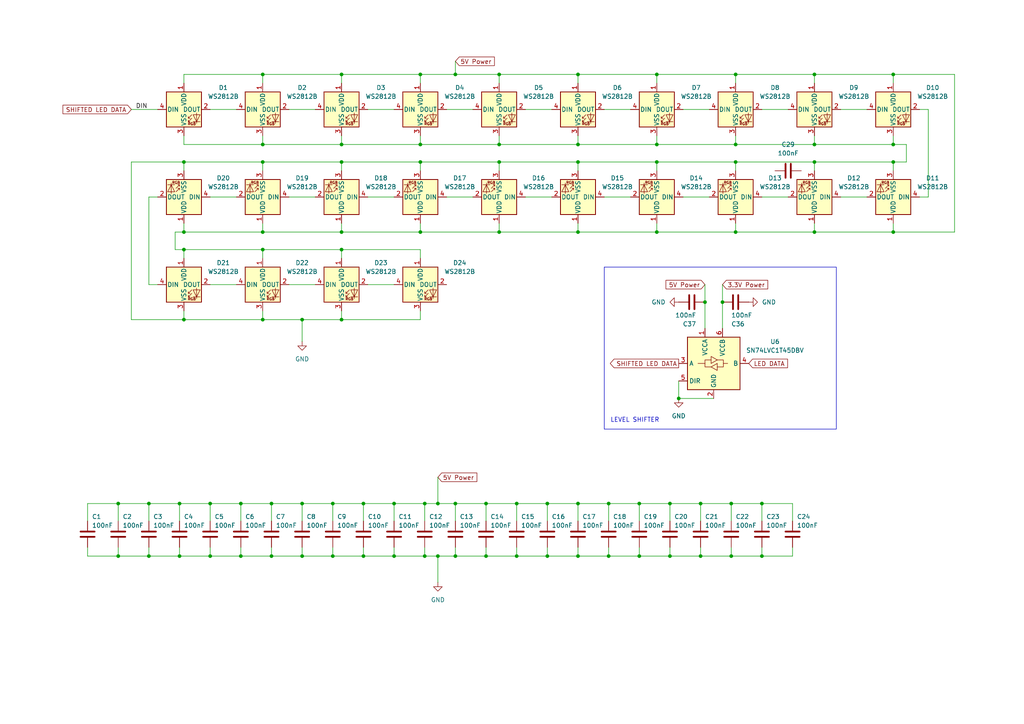
<source format=kicad_sch>
(kicad_sch (version 20250114) (generator "eeschema") (generator_version "9.0")
  (paper "A4")
  (lib_symbols
    (symbol "Device:C" (pin_numbers (hide yes)) (pin_names (offset 0.254))
      (property "Reference" "C" (at 0.635 2.54 0))
      (property "Value" "C" (at 0.635 -2.54 0))
      (symbol "C_0_1"
        (polyline (pts (xy -2.032 0.762) (xy 2.032 0.762)) (stroke (width 0.508)))
        (polyline (pts (xy -2.032 -0.762) (xy 2.032 -0.762)) (stroke (width 0.508)))
      )
      (symbol "C_1_1"
        (pin passive line (at 0 3.81 270) (length 2.794) (name "~") (number "1"))
        (pin passive line (at 0 -3.81 90) (length 2.794) (name "~") (number "2"))
      )
    )
    (symbol "LED:WS2812B" (pin_names (offset 0.254))
      (property "Reference" "D" (at 5.08 5.715 0))
      (property "Value" "WS2812B" (at 1.27 -5.715 0))
      (symbol "WS2812B_0_0"
        (text "RGB" (at 2.286 -4.191 0) (effects (font (size 0.762 0.762))))
      )
      (symbol "WS2812B_0_1"
        (polyline (pts (xy 1.27 -2.54) (xy 1.778 -2.54)))
        (polyline (pts (xy 1.27 -3.556) (xy 1.778 -3.556)))
        (polyline (pts (xy 2.286 -1.524) (xy 1.27 -2.54) (xy 1.27 -2.032)))
        (polyline (pts (xy 2.286 -2.54) (xy 1.27 -3.556) (xy 1.27 -3.048)))
        (polyline (pts (xy 3.683 -1.016) (xy 3.683 -3.556) (xy 3.683 -4.064)))
        (polyline (pts (xy 4.699 -1.524) (xy 2.667 -1.524) (xy 3.683 -3.556) (xy 4.699 -1.524)))
        (polyline (pts (xy 4.699 -3.556) (xy 2.667 -3.556)))
        (rectangle (start 5.08 5.08) (end -5.08 -5.08) (stroke (width 0.254)) (fill (type background)))
      )
      (symbol "WS2812B_1_1"
        (pin input line (at -7.62 0 0) (length 2.54) (name "DIN") (number "4"))
        (pin power_in line (at 0 7.62 270) (length 2.54) (name "VDD") (number "1"))
        (pin power_in line (at 0 -7.62 90) (length 2.54) (name "VSS") (number "3"))
        (pin output line (at 7.62 0 180) (length 2.54) (name "DOUT") (number "2"))
      )
    )
    (symbol "Logic_LevelTranslator:SN74LVC1T45DBV"
      (property "Reference" "U" (at -6.35 8.89 0))
      (property "Value" "SN74LVC1T45DBV" (at 3.81 8.89 0))
      (symbol "SN74LVC1T45DBV_0_1"
        (rectangle (start -7.62 7.62) (end 7.62 -7.62) (stroke (width 0.254)) (fill (type background)))
        (polyline (pts (xy -2.54 0) (xy -2.54 1.016) (xy -0.762 1.016)))
        (polyline (pts (xy -0.762 0) (xy -0.762 2.032) (xy 1.016 1.016) (xy -0.762 0)))
        (polyline (pts (xy -0.762 -1.016) (xy -2.54 -1.016) (xy -2.54 0) (xy -4.572 0)))
        (polyline (pts (xy 1.016 1.016) (xy 2.794 1.016) (xy 2.794 0) (xy 4.064 0)))
        (polyline (pts (xy 1.016 0) (xy 1.016 -1.778) (xy 1.016 -2.032) (xy -0.762 -1.016) (xy 1.016 0)))
        (polyline (pts (xy 2.794 0) (xy 2.794 -1.016) (xy 1.016 -1.016)))
      )
      (symbol "SN74LVC1T45DBV_1_1"
        (pin bidirectional line (at -10.16 0 0) (length 2.54) (name "A") (number "3"))
        (pin input line (at -10.16 -5.08 0) (length 2.54) (name "DIR") (number "5"))
        (pin power_in line (at -2.54 10.16 270) (length 2.54) (name "VCCA") (number "1"))
        (pin power_in line (at 0 -10.16 90) (length 2.54) (name "GND") (number "2"))
        (pin power_in line (at 2.54 10.16 270) (length 2.54) (name "VCCB") (number "6"))
        (pin bidirectional line (at 10.16 0 180) (length 2.54) (name "B") (number "4"))
      )
    )
    (symbol "power:GND" (power) (pin_numbers (hide yes)) (pin_names (offset 0) (hide yes))
      (property "Value" "GND" (at 0 -3.81 0))
      (symbol "GND_0_1"
        (polyline (pts (xy 0 0) (xy 0 -1.27) (xy 1.27 -1.27) (xy 0 -2.54) (xy -1.27 -1.27) (xy 0 -1.27)))
      )
      (symbol "GND_1_1"
        (pin power_in line (at 0 0 270) (length 0) (name "~") (number "1"))
      )
    )
  )
  (rectangle (start 175.26 77.47) (end 242.57 124.46))
  (text "LEVEL SHIFTER" (at 184.15 121.92 0) (effects (font (size 1.27 1.27))))
  (junction (at 176.53 161.29))
  (junction (at 185.42 161.29))
  (junction (at 144.78 67.31))
  (junction (at 144.78 21.59))
  (junction (at 167.64 41.91))
  (junction (at 213.36 67.31))
  (junction (at 213.36 46.99))
  (junction (at 121.92 67.31))
  (junction (at 144.78 41.91))
  (junction (at 236.22 67.31))
  (junction (at 60.96 146.05))
  (junction (at 236.22 21.59))
  (junction (at 99.06 46.99))
  (junction (at 185.42 146.05))
  (junction (at 69.85 146.05))
  (junction (at 96.52 161.29))
  (junction (at 121.92 21.59))
  (junction (at 99.06 67.31))
  (junction (at 167.64 46.99))
  (junction (at 167.64 146.05))
  (junction (at 121.92 41.91))
  (junction (at 213.36 41.91))
  (junction (at 76.2 41.91))
  (junction (at 220.98 161.29))
  (junction (at 76.2 21.59))
  (junction (at 76.2 67.31))
  (junction (at 121.92 46.99))
  (junction (at 127 146.05))
  (junction (at 259.08 67.31))
  (junction (at 190.5 41.91))
  (junction (at 259.08 41.91))
  (junction (at 158.75 146.05))
  (junction (at 132.08 21.59))
  (junction (at 34.29 161.29))
  (junction (at 34.29 146.05))
  (junction (at 123.19 146.05))
  (junction (at 69.85 161.29))
  (junction (at 236.22 46.99))
  (junction (at 259.08 46.99))
  (junction (at 149.86 161.29))
  (junction (at 127 161.29))
  (junction (at 196.85 115.57))
  (junction (at 96.52 146.05))
  (junction (at 52.07 161.29))
  (junction (at 114.3 161.29))
  (junction (at 76.2 92.71))
  (junction (at 123.19 161.29))
  (junction (at 194.31 146.05))
  (junction (at 105.41 161.29))
  (junction (at 220.98 146.05))
  (junction (at 167.64 21.59))
  (junction (at 53.34 67.31))
  (junction (at 78.74 146.05))
  (junction (at 105.41 146.05))
  (junction (at 203.2 146.05))
  (junction (at 190.5 67.31))
  (junction (at 114.3 146.05))
  (junction (at 140.97 161.29))
  (junction (at 76.2 46.99))
  (junction (at 132.08 146.05))
  (junction (at 87.63 161.29))
  (junction (at 140.97 146.05))
  (junction (at 53.34 72.39))
  (junction (at 87.63 92.71))
  (junction (at 167.64 67.31))
  (junction (at 236.22 41.91))
  (junction (at 212.09 161.29))
  (junction (at 87.63 146.05))
  (junction (at 190.5 21.59))
  (junction (at 99.06 21.59))
  (junction (at 144.78 46.99))
  (junction (at 53.34 46.99))
  (junction (at 99.06 41.91))
  (junction (at 78.74 161.29))
  (junction (at 167.64 161.29))
  (junction (at 99.06 72.39))
  (junction (at 132.08 161.29))
  (junction (at 203.2 161.29))
  (junction (at 213.36 21.59))
  (junction (at 43.18 161.29))
  (junction (at 190.5 46.99))
  (junction (at 60.96 161.29))
  (junction (at 53.34 92.71))
  (junction (at 259.08 21.59))
  (junction (at 149.86 146.05))
  (junction (at 204.47 87.63))
  (junction (at 43.18 146.05))
  (junction (at 52.07 146.05))
  (junction (at 209.55 87.63))
  (junction (at 99.06 92.71))
  (junction (at 158.75 161.29))
  (junction (at 212.09 146.05))
  (junction (at 194.31 161.29))
  (junction (at 76.2 72.39))
  (junction (at 176.53 146.05))
  (wire (pts (xy 167.64 21.59) (xy 190.5 21.59)))
  (wire (pts (xy 69.85 161.29) (xy 78.74 161.29)))
  (wire (pts (xy 50.8 72.39) (xy 53.34 72.39)))
  (wire (pts (xy 129.54 57.15) (xy 137.16 57.15)))
  (wire (pts (xy 167.64 146.05) (xy 176.53 146.05)))
  (wire (pts (xy 60.96 31.75) (xy 68.58 31.75)))
  (wire (pts (xy 34.29 161.29) (xy 43.18 161.29)))
  (wire (pts (xy 76.2 41.91) (xy 99.06 41.91)))
  (wire (pts (xy 76.2 64.77) (xy 76.2 67.31)))
  (wire (pts (xy 220.98 31.75) (xy 228.6 31.75)))
  (wire (pts (xy 276.86 21.59) (xy 276.86 67.31)))
  (wire (pts (xy 76.2 74.93) (xy 76.2 72.39)))
  (wire (pts (xy 167.64 46.99) (xy 190.5 46.99)))
  (wire (pts (xy 140.97 151.13) (xy 140.97 146.05)))
  (wire (pts (xy 132.08 161.29) (xy 140.97 161.29)))
  (wire (pts (xy 212.09 161.29) (xy 203.2 161.29)))
  (wire (pts (xy 38.1 31.75) (xy 45.72 31.75)))
  (wire (pts (xy 99.06 92.71) (xy 121.92 92.71)))
  (wire (pts (xy 69.85 146.05) (xy 78.74 146.05)))
  (wire (pts (xy 123.19 158.75) (xy 123.19 161.29)))
  (wire (pts (xy 243.84 31.75) (xy 251.46 31.75)))
  (wire (pts (xy 53.34 39.37) (xy 53.34 41.91)))
  (wire (pts (xy 196.85 115.57) (xy 207.01 115.57)))
  (wire (pts (xy 60.96 57.15) (xy 68.58 57.15)))
  (wire (pts (xy 121.92 74.93) (xy 121.92 72.39)))
  (wire (pts (xy 99.06 49.53) (xy 99.06 46.99)))
  (wire (pts (xy 194.31 151.13) (xy 194.31 146.05)))
  (wire (pts (xy 149.86 161.29) (xy 158.75 161.29)))
  (wire (pts (xy 259.08 41.91) (xy 262.89 41.91)))
  (wire (pts (xy 167.64 151.13) (xy 167.64 146.05)))
  (wire (pts (xy 212.09 158.75) (xy 212.09 161.29)))
  (wire (pts (xy 76.2 21.59) (xy 99.06 21.59)))
  (wire (pts (xy 129.54 31.75) (xy 137.16 31.75)))
  (wire (pts (xy 194.31 158.75) (xy 194.31 161.29)))
  (wire (pts (xy 140.97 158.75) (xy 140.97 161.29)))
  (wire (pts (xy 259.08 46.99) (xy 262.89 46.99)))
  (wire (pts (xy 96.52 161.29) (xy 105.41 161.29)))
  (wire (pts (xy 38.1 92.71) (xy 38.1 46.99)))
  (wire (pts (xy 83.82 31.75) (xy 91.44 31.75)))
  (wire (pts (xy 25.4 151.13) (xy 25.4 146.05)))
  (wire (pts (xy 144.78 39.37) (xy 144.78 41.91)))
  (wire (pts (xy 185.42 158.75) (xy 185.42 161.29)))
  (wire (pts (xy 220.98 151.13) (xy 220.98 146.05)))
  (wire (pts (xy 236.22 39.37) (xy 236.22 41.91)))
  (wire (pts (xy 43.18 158.75) (xy 43.18 161.29)))
  (wire (pts (xy 212.09 151.13) (xy 212.09 146.05)))
  (wire (pts (xy 132.08 151.13) (xy 132.08 146.05)))
  (wire (pts (xy 167.64 49.53) (xy 167.64 46.99)))
  (wire (pts (xy 167.64 67.31) (xy 190.5 67.31)))
  (wire (pts (xy 52.07 151.13) (xy 52.07 146.05)))
  (wire (pts (xy 99.06 72.39) (xy 99.06 74.93)))
  (wire (pts (xy 176.53 161.29) (xy 185.42 161.29)))
  (wire (pts (xy 127 161.29) (xy 127 168.91)))
  (wire (pts (xy 53.34 46.99) (xy 76.2 46.99)))
  (wire (pts (xy 99.06 41.91) (xy 121.92 41.91)))
  (wire (pts (xy 204.47 87.63) (xy 204.47 95.25)))
  (wire (pts (xy 190.5 46.99) (xy 213.36 46.99)))
  (wire (pts (xy 53.34 64.77) (xy 53.34 67.31)))
  (wire (pts (xy 213.36 41.91) (xy 236.22 41.91)))
  (wire (pts (xy 203.2 151.13) (xy 203.2 146.05)))
  (wire (pts (xy 194.31 161.29) (xy 203.2 161.29)))
  (wire (pts (xy 243.84 57.15) (xy 251.46 57.15)))
  (wire (pts (xy 114.3 151.13) (xy 114.3 146.05)))
  (wire (pts (xy 87.63 92.71) (xy 87.63 99.06)))
  (wire (pts (xy 167.64 161.29) (xy 176.53 161.29)))
  (wire (pts (xy 127 138.43) (xy 127 146.05)))
  (wire (pts (xy 78.74 151.13) (xy 78.74 146.05)))
  (wire (pts (xy 123.19 146.05) (xy 127 146.05)))
  (wire (pts (xy 38.1 46.99) (xy 53.34 46.99)))
  (wire (pts (xy 140.97 161.29) (xy 149.86 161.29)))
  (wire (pts (xy 259.08 64.77) (xy 259.08 67.31)))
  (wire (pts (xy 229.87 161.29) (xy 220.98 161.29)))
  (wire (pts (xy 45.72 57.15) (xy 43.18 57.15)))
  (wire (pts (xy 167.64 39.37) (xy 167.64 41.91)))
  (wire (pts (xy 190.5 21.59) (xy 213.36 21.59)))
  (wire (pts (xy 78.74 146.05) (xy 87.63 146.05)))
  (wire (pts (xy 236.22 41.91) (xy 259.08 41.91)))
  (wire (pts (xy 152.4 57.15) (xy 160.02 57.15)))
  (wire (pts (xy 149.86 151.13) (xy 149.86 146.05)))
  (wire (pts (xy 99.06 67.31) (xy 121.92 67.31)))
  (wire (pts (xy 121.92 49.53) (xy 121.92 46.99)))
  (wire (pts (xy 167.64 158.75) (xy 167.64 161.29)))
  (wire (pts (xy 25.4 146.05) (xy 34.29 146.05)))
  (wire (pts (xy 114.3 146.05) (xy 123.19 146.05)))
  (wire (pts (xy 158.75 158.75) (xy 158.75 161.29)))
  (wire (pts (xy 175.26 31.75) (xy 182.88 31.75)))
  (wire (pts (xy 236.22 67.31) (xy 259.08 67.31)))
  (wire (pts (xy 60.96 82.55) (xy 68.58 82.55)))
  (wire (pts (xy 123.19 151.13) (xy 123.19 146.05)))
  (wire (pts (xy 121.92 39.37) (xy 121.92 41.91)))
  (wire (pts (xy 53.34 41.91) (xy 76.2 41.91)))
  (wire (pts (xy 144.78 46.99) (xy 167.64 46.99)))
  (wire (pts (xy 140.97 146.05) (xy 149.86 146.05)))
  (wire (pts (xy 60.96 151.13) (xy 60.96 146.05)))
  (wire (pts (xy 236.22 21.59) (xy 259.08 21.59)))
  (wire (pts (xy 60.96 161.29) (xy 69.85 161.29)))
  (wire (pts (xy 60.96 158.75) (xy 60.96 161.29)))
  (wire (pts (xy 99.06 24.13) (xy 99.06 21.59)))
  (wire (pts (xy 121.92 24.13) (xy 121.92 21.59)))
  (wire (pts (xy 105.41 161.29) (xy 114.3 161.29)))
  (wire (pts (xy 53.34 21.59) (xy 76.2 21.59)))
  (wire (pts (xy 229.87 151.13) (xy 229.87 146.05)))
  (wire (pts (xy 96.52 151.13) (xy 96.52 146.05)))
  (wire (pts (xy 78.74 161.29) (xy 87.63 161.29)))
  (wire (pts (xy 127 146.05) (xy 132.08 146.05)))
  (wire (pts (xy 60.96 146.05) (xy 69.85 146.05)))
  (wire (pts (xy 132.08 146.05) (xy 140.97 146.05)))
  (wire (pts (xy 25.4 158.75) (xy 25.4 161.29)))
  (wire (pts (xy 83.82 57.15) (xy 91.44 57.15)))
  (wire (pts (xy 185.42 151.13) (xy 185.42 146.05)))
  (wire (pts (xy 106.68 31.75) (xy 114.3 31.75)))
  (wire (pts (xy 213.36 21.59) (xy 236.22 21.59)))
  (wire (pts (xy 69.85 158.75) (xy 69.85 161.29)))
  (wire (pts (xy 167.64 41.91) (xy 190.5 41.91)))
  (wire (pts (xy 132.08 158.75) (xy 132.08 161.29)))
  (wire (pts (xy 76.2 46.99) (xy 99.06 46.99)))
  (wire (pts (xy 213.36 64.77) (xy 213.36 67.31)))
  (wire (pts (xy 176.53 158.75) (xy 176.53 161.29)))
  (wire (pts (xy 185.42 146.05) (xy 194.31 146.05)))
  (wire (pts (xy 158.75 151.13) (xy 158.75 146.05)))
  (wire (pts (xy 132.08 17.78) (xy 132.08 21.59)))
  (wire (pts (xy 220.98 57.15) (xy 228.6 57.15)))
  (wire (pts (xy 43.18 57.15) (xy 43.18 82.55)))
  (wire (pts (xy 190.5 24.13) (xy 190.5 21.59)))
  (wire (pts (xy 76.2 39.37) (xy 76.2 41.91)))
  (wire (pts (xy 76.2 92.71) (xy 87.63 92.71)))
  (wire (pts (xy 87.63 158.75) (xy 87.63 161.29)))
  (wire (pts (xy 53.34 90.17) (xy 53.34 92.71)))
  (wire (pts (xy 96.52 146.05) (xy 105.41 146.05)))
  (wire (pts (xy 127 161.29) (xy 132.08 161.29)))
  (wire (pts (xy 209.55 82.55) (xy 209.55 87.63)))
  (wire (pts (xy 144.78 64.77) (xy 144.78 67.31)))
  (wire (pts (xy 53.34 92.71) (xy 38.1 92.71)))
  (wire (pts (xy 266.7 57.15) (xy 269.24 57.15)))
  (wire (pts (xy 76.2 72.39) (xy 99.06 72.39)))
  (wire (pts (xy 259.08 39.37) (xy 259.08 41.91)))
  (wire (pts (xy 53.34 24.13) (xy 53.34 21.59)))
  (wire (pts (xy 167.64 24.13) (xy 167.64 21.59)))
  (wire (pts (xy 121.92 46.99) (xy 144.78 46.99)))
  (wire (pts (xy 123.19 161.29) (xy 127 161.29)))
  (wire (pts (xy 209.55 87.63) (xy 209.55 95.25)))
  (wire (pts (xy 53.34 92.71) (xy 76.2 92.71)))
  (wire (pts (xy 152.4 31.75) (xy 160.02 31.75)))
  (wire (pts (xy 43.18 146.05) (xy 52.07 146.05)))
  (wire (pts (xy 190.5 67.31) (xy 213.36 67.31)))
  (wire (pts (xy 105.41 151.13) (xy 105.41 146.05)))
  (wire (pts (xy 106.68 82.55) (xy 114.3 82.55)))
  (wire (pts (xy 96.52 158.75) (xy 96.52 161.29)))
  (wire (pts (xy 52.07 158.75) (xy 52.07 161.29)))
  (wire (pts (xy 190.5 39.37) (xy 190.5 41.91)))
  (wire (pts (xy 213.36 24.13) (xy 213.36 21.59)))
  (wire (pts (xy 34.29 158.75) (xy 34.29 161.29)))
  (wire (pts (xy 105.41 146.05) (xy 114.3 146.05)))
  (wire (pts (xy 114.3 158.75) (xy 114.3 161.29)))
  (wire (pts (xy 204.47 82.55) (xy 204.47 87.63)))
  (wire (pts (xy 176.53 151.13) (xy 176.53 146.05)))
  (wire (pts (xy 69.85 151.13) (xy 69.85 146.05)))
  (wire (pts (xy 114.3 161.29) (xy 123.19 161.29)))
  (wire (pts (xy 266.7 31.75) (xy 269.24 31.75)))
  (wire (pts (xy 87.63 151.13) (xy 87.63 146.05)))
  (wire (pts (xy 158.75 146.05) (xy 167.64 146.05)))
  (wire (pts (xy 198.12 31.75) (xy 205.74 31.75)))
  (wire (pts (xy 52.07 146.05) (xy 60.96 146.05)))
  (wire (pts (xy 213.36 39.37) (xy 213.36 41.91)))
  (wire (pts (xy 236.22 24.13) (xy 236.22 21.59)))
  (wire (pts (xy 144.78 21.59) (xy 167.64 21.59)))
  (wire (pts (xy 87.63 146.05) (xy 96.52 146.05)))
  (wire (pts (xy 34.29 146.05) (xy 43.18 146.05)))
  (wire (pts (xy 121.92 41.91) (xy 144.78 41.91)))
  (wire (pts (xy 158.75 161.29) (xy 167.64 161.29)))
  (wire (pts (xy 175.26 57.15) (xy 182.88 57.15)))
  (wire (pts (xy 99.06 46.99) (xy 121.92 46.99)))
  (wire (pts (xy 87.63 161.29) (xy 96.52 161.29)))
  (wire (pts (xy 220.98 161.29) (xy 212.09 161.29)))
  (wire (pts (xy 25.4 161.29) (xy 34.29 161.29)))
  (wire (pts (xy 53.34 67.31) (xy 50.8 67.31)))
  (wire (pts (xy 34.29 146.05) (xy 34.29 151.13)))
  (wire (pts (xy 176.53 146.05) (xy 185.42 146.05)))
  (wire (pts (xy 190.5 64.77) (xy 190.5 67.31)))
  (wire (pts (xy 212.09 146.05) (xy 220.98 146.05)))
  (wire (pts (xy 83.82 82.55) (xy 91.44 82.55)))
  (wire (pts (xy 53.34 74.93) (xy 53.34 72.39)))
  (wire (pts (xy 53.34 72.39) (xy 76.2 72.39)))
  (wire (pts (xy 259.08 49.53) (xy 259.08 46.99)))
  (wire (pts (xy 213.36 46.99) (xy 236.22 46.99)))
  (wire (pts (xy 106.68 57.15) (xy 114.3 57.15)))
  (wire (pts (xy 121.92 72.39) (xy 99.06 72.39)))
  (wire (pts (xy 220.98 158.75) (xy 220.98 161.29)))
  (wire (pts (xy 53.34 49.53) (xy 53.34 46.99)))
  (wire (pts (xy 262.89 46.99) (xy 262.89 41.91)))
  (wire (pts (xy 185.42 161.29) (xy 194.31 161.29)))
  (wire (pts (xy 194.31 146.05) (xy 203.2 146.05)))
  (wire (pts (xy 213.36 67.31) (xy 236.22 67.31)))
  (wire (pts (xy 53.34 67.31) (xy 76.2 67.31)))
  (wire (pts (xy 198.12 57.15) (xy 205.74 57.15)))
  (wire (pts (xy 149.86 146.05) (xy 158.75 146.05)))
  (wire (pts (xy 43.18 151.13) (xy 43.18 146.05)))
  (wire (pts (xy 259.08 24.13) (xy 259.08 21.59)))
  (wire (pts (xy 144.78 67.31) (xy 167.64 67.31)))
  (wire (pts (xy 269.24 31.75) (xy 269.24 57.15)))
  (wire (pts (xy 190.5 41.91) (xy 213.36 41.91)))
  (wire (pts (xy 229.87 158.75) (xy 229.87 161.29)))
  (wire (pts (xy 144.78 24.13) (xy 144.78 21.59)))
  (wire (pts (xy 132.08 21.59) (xy 144.78 21.59)))
  (wire (pts (xy 76.2 67.31) (xy 99.06 67.31)))
  (wire (pts (xy 167.64 64.77) (xy 167.64 67.31)))
  (wire (pts (xy 76.2 24.13) (xy 76.2 21.59)))
  (wire (pts (xy 259.08 21.59) (xy 276.86 21.59)))
  (wire (pts (xy 121.92 90.17) (xy 121.92 92.71)))
  (wire (pts (xy 99.06 90.17) (xy 99.06 92.71)))
  (wire (pts (xy 203.2 146.05) (xy 212.09 146.05)))
  (wire (pts (xy 78.74 158.75) (xy 78.74 161.29)))
  (wire (pts (xy 76.2 49.53) (xy 76.2 46.99)))
  (wire (pts (xy 149.86 158.75) (xy 149.86 161.29)))
  (wire (pts (xy 196.85 110.49) (xy 196.85 115.57)))
  (wire (pts (xy 50.8 67.31) (xy 50.8 72.39)))
  (wire (pts (xy 220.98 146.05) (xy 229.87 146.05)))
  (wire (pts (xy 105.41 158.75) (xy 105.41 161.29)))
  (wire (pts (xy 213.36 49.53) (xy 213.36 46.99)))
  (wire (pts (xy 236.22 64.77) (xy 236.22 67.31)))
  (wire (pts (xy 99.06 64.77) (xy 99.06 67.31)))
  (wire (pts (xy 52.07 161.29) (xy 60.96 161.29)))
  (wire (pts (xy 144.78 49.53) (xy 144.78 46.99)))
  (wire (pts (xy 99.06 39.37) (xy 99.06 41.91)))
  (wire (pts (xy 236.22 46.99) (xy 259.08 46.99)))
  (wire (pts (xy 43.18 82.55) (xy 45.72 82.55)))
  (wire (pts (xy 190.5 49.53) (xy 190.5 46.99)))
  (wire (pts (xy 76.2 90.17) (xy 76.2 92.71)))
  (wire (pts (xy 259.08 67.31) (xy 276.86 67.31)))
  (wire (pts (xy 121.92 21.59) (xy 132.08 21.59)))
  (wire (pts (xy 121.92 64.77) (xy 121.92 67.31)))
  (wire (pts (xy 87.63 92.71) (xy 99.06 92.71)))
  (wire (pts (xy 43.18 161.29) (xy 52.07 161.29)))
  (wire (pts (xy 203.2 158.75) (xy 203.2 161.29)))
  (wire (pts (xy 121.92 67.31) (xy 144.78 67.31)))
  (wire (pts (xy 236.22 49.53) (xy 236.22 46.99)))
  (wire (pts (xy 99.06 21.59) (xy 121.92 21.59)))
  (wire (pts (xy 144.78 41.91) (xy 167.64 41.91)))
  (label "DIN" (at 39.37 31.75 0))
  (global_label "5V Power" (shape input) (at 204.47 82.55 180) (property "Intersheetrefs" "${INTERSHEET_REFS}" (effects (hide yes))))
  (global_label "5V Power" (shape input) (at 132.08 17.78 0) (property "Intersheetrefs" "${INTERSHEET_REFS}" (effects (hide yes))))
  (global_label "5V Power" (shape input) (at 127 138.43 0) (property "Intersheetrefs" "${INTERSHEET_REFS}" (effects (hide yes))))
  (global_label "SHIFTED LED DATA" (shape input) (at 38.1 31.75 180) (property "Intersheetrefs" "${INTERSHEET_REFS}" (effects (hide yes))))
  (global_label "LED DATA" (shape input) (at 217.17 105.41 0) (property "Intersheetrefs" "${LED_DATA}" (effects (hide yes))))
  (global_label "SHIFTED LED DATA" (shape output) (at 196.85 105.41 180) (property "Intersheetrefs" "${INTERSHEET_REFS}" (effects (hide yes))))
  (global_label "3.3V Power" (shape input) (at 209.55 82.55 0) (property "Intersheetrefs" "${INTERSHEET_REFS}" (effects (hide yes))))
  (symbol (lib_id "Device:C") (at 140.97 154.94 0) (unit 1)
    (property "Reference" "C14" (at 142.24 149.86 0) (effects (justify left)))
    (property "Value" "100nF" (at 142.24 152.4 0) (effects (justify left)))
    (property "Footprint" "Capacitor_SMD:C_0402_1005Metric" (effects (hide yes)))
    (property "Datasheet" "https://www.lcsc.com/datasheet/lcsc_datasheet_2304140030_Samsung-Electro-Mechanics-CL05B104KO5NNNC_C1525.pdf" (effects (hide yes)))
    (property "Description" "Unpolarized capacitor" (effects (hide yes)))
    (property "JLCPCB Part #" "C1525" (effects (hide yes)))
  )
  (symbol (lib_id "Device:C") (at 87.63 154.94 0) (unit 1)
    (property "Reference" "C8" (at 88.9 149.86 0) (effects (justify left)))
    (property "Value" "100nF" (at 88.9 152.4 0) (effects (justify left)))
    (property "Footprint" "Capacitor_SMD:C_0402_1005Metric" (effects (hide yes)))
    (property "Datasheet" "https://www.lcsc.com/datasheet/lcsc_datasheet_2304140030_Samsung-Electro-Mechanics-CL05B104KO5NNNC_C1525.pdf" (effects (hide yes)))
    (property "Description" "Unpolarized capacitor" (effects (hide yes)))
    (property "JLCPCB Part #" "C1525" (effects (hide yes)))
  )
  (symbol (lib_id "Device:C") (at 176.53 154.94 0) (unit 1)
    (property "Reference" "C18" (at 177.8 149.86 0) (effects (justify left)))
    (property "Value" "100nF" (at 177.8 152.4 0) (effects (justify left)))
    (property "Footprint" "Capacitor_SMD:C_0402_1005Metric" (effects (hide yes)))
    (property "Datasheet" "https://www.lcsc.com/datasheet/lcsc_datasheet_2304140030_Samsung-Electro-Mechanics-CL05B104KO5NNNC_C1525.pdf" (effects (hide yes)))
    (property "Description" "Unpolarized capacitor" (effects (hide yes)))
    (property "JLCPCB Part #" "C1525" (effects (hide yes)))
  )
  (symbol (lib_id "LED:WS2812B") (at 259.08 57.15 180) (unit 1)
    (property "Reference" "D11" (at 270.51 51.6538 0))
    (property "Value" "WS2812B" (at 270.51 54.1938 0))
    (property "Footprint" "LED_SMD:LED_WS2812B_PLCC4_5.0x5.0mm_P3.2mm" (effects (hide yes)))
    (property "Datasheet" "https://jlcpcb.com/api/file/downloadByFileSystemAccessId/8567063204435156992" (effects (hide yes)))
    (property "Description" "RGB LED with integrated controller" (effects (hide yes)))
    (property "JLCPCB Part #" "C2761795" (effects (hide yes)))
  )
  (symbol (lib_id "LED:WS2812B") (at 213.36 31.75 0) (unit 1)
    (property "Reference" "D8" (at 224.79 25.4314 0))
    (property "Value" "WS2812B" (at 224.79 27.9714 0))
    (property "Footprint" "LED_SMD:LED_WS2812B_PLCC4_5.0x5.0mm_P3.2mm" (effects (hide yes)))
    (property "Datasheet" "https://jlcpcb.com/api/file/downloadByFileSystemAccessId/8567063204435156992" (effects (hide yes)))
    (property "Description" "RGB LED with integrated controller" (effects (hide yes)))
    (property "JLCPCB Part #" "C2761795" (effects (hide yes)))
  )
  (symbol (lib_id "Device:C") (at 229.87 154.94 0) (unit 1)
    (property "Reference" "C24" (at 231.14 149.86 0) (effects (justify left)))
    (property "Value" "100nF" (at 231.14 152.4 0) (effects (justify left)))
    (property "Footprint" "Capacitor_SMD:C_0402_1005Metric" (effects (hide yes)))
    (property "Datasheet" "https://www.lcsc.com/datasheet/lcsc_datasheet_2304140030_Samsung-Electro-Mechanics-CL05B104KO5NNNC_C1525.pdf" (effects (hide yes)))
    (property "Description" "Unpolarized capacitor" (effects (hide yes)))
    (property "JLCPCB Part #" "C1525" (effects (hide yes)))
  )
  (symbol (lib_id "LED:WS2812B") (at 121.92 82.55 0) (unit 1)
    (property "Reference" "D24" (at 133.35 76.2314 0))
    (property "Value" "WS2812B" (at 133.35 78.7714 0))
    (property "Footprint" "LED_SMD:LED_WS2812B_PLCC4_5.0x5.0mm_P3.2mm" (effects (hide yes)))
    (property "Datasheet" "https://jlcpcb.com/api/file/downloadByFileSystemAccessId/8567063204435156992" (effects (hide yes)))
    (property "Description" "RGB LED with integrated controller" (effects (hide yes)))
    (property "JLCPCB Part #" "C2761795" (effects (hide yes)))
  )
  (symbol (lib_id "power:GND") (at 87.63 99.06 0) (unit 1)
    (property "Reference" "#PWR02" (effects (hide yes)))
    (property "Value" "GND" (at 87.63 104.14 0))
    (property "Description" "Power symbol creates a global label with name \"GND\" , ground" (effects (hide yes)))
  )
  (symbol (lib_id "LED:WS2812B") (at 99.06 57.15 180) (unit 1)
    (property "Reference" "D18" (at 110.49 51.6538 0))
    (property "Value" "WS2812B" (at 110.49 54.1938 0))
    (property "Footprint" "LED_SMD:LED_WS2812B_PLCC4_5.0x5.0mm_P3.2mm" (effects (hide yes)))
    (property "Datasheet" "https://jlcpcb.com/api/file/downloadByFileSystemAccessId/8567063204435156992" (effects (hide yes)))
    (property "Description" "RGB LED with integrated controller" (effects (hide yes)))
    (property "JLCPCB Part #" "C2761795" (effects (hide yes)))
  )
  (symbol (lib_id "Device:C") (at 69.85 154.94 0) (unit 1)
    (property "Reference" "C6" (at 71.12 149.86 0) (effects (justify left)))
    (property "Value" "100nF" (at 71.12 152.4 0) (effects (justify left)))
    (property "Footprint" "Capacitor_SMD:C_0402_1005Metric" (effects (hide yes)))
    (property "Datasheet" "https://www.lcsc.com/datasheet/lcsc_datasheet_2304140030_Samsung-Electro-Mechanics-CL05B104KO5NNNC_C1525.pdf" (effects (hide yes)))
    (property "Description" "Unpolarized capacitor" (effects (hide yes)))
    (property "JLCPCB Part #" "C1525" (effects (hide yes)))
  )
  (symbol (lib_id "LED:WS2812B") (at 121.92 31.75 0) (unit 1)
    (property "Reference" "D4" (at 133.35 25.4314 0))
    (property "Value" "WS2812B" (at 133.35 27.9714 0))
    (property "Footprint" "LED_SMD:LED_WS2812B_PLCC4_5.0x5.0mm_P3.2mm" (effects (hide yes)))
    (property "Datasheet" "https://jlcpcb.com/api/file/downloadByFileSystemAccessId/8567063204435156992" (effects (hide yes)))
    (property "Description" "RGB LED with integrated controller" (effects (hide yes)))
    (property "JLCPCB Part #" "C2761795" (effects (hide yes)))
  )
  (symbol (lib_id "LED:WS2812B") (at 53.34 57.15 180) (unit 1)
    (property "Reference" "D20" (at 64.77 51.6538 0))
    (property "Value" "WS2812B" (at 64.77 54.1938 0))
    (property "Footprint" "LED_SMD:LED_WS2812B_PLCC4_5.0x5.0mm_P3.2mm" (effects (hide yes)))
    (property "Datasheet" "https://jlcpcb.com/api/file/downloadByFileSystemAccessId/8567063204435156992" (effects (hide yes)))
    (property "Description" "RGB LED with integrated controller" (effects (hide yes)))
    (property "JLCPCB Part #" "C2761795" (effects (hide yes)))
  )
  (symbol (lib_id "LED:WS2812B") (at 167.64 31.75 0) (unit 1)
    (property "Reference" "D6" (at 179.07 25.4314 0))
    (property "Value" "WS2812B" (at 179.07 27.9714 0))
    (property "Footprint" "LED_SMD:LED_WS2812B_PLCC4_5.0x5.0mm_P3.2mm" (effects (hide yes)))
    (property "Datasheet" "https://jlcpcb.com/api/file/downloadByFileSystemAccessId/8567063204435156992" (effects (hide yes)))
    (property "Description" "RGB LED with integrated controller" (effects (hide yes)))
    (property "JLCPCB Part #" "C2761795" (effects (hide yes)))
  )
  (symbol (lib_id "LED:WS2812B") (at 236.22 31.75 0) (unit 1)
    (property "Reference" "D9" (at 247.65 25.4314 0))
    (property "Value" "WS2812B" (at 247.65 27.9714 0))
    (property "Footprint" "LED_SMD:LED_WS2812B_PLCC4_5.0x5.0mm_P3.2mm" (effects (hide yes)))
    (property "Datasheet" "https://jlcpcb.com/api/file/downloadByFileSystemAccessId/8567063204435156992" (effects (hide yes)))
    (property "Description" "RGB LED with integrated controller" (effects (hide yes)))
    (property "JLCPCB Part #" "C2761795" (effects (hide yes)))
  )
  (symbol (lib_id "LED:WS2812B") (at 76.2 57.15 180) (unit 1)
    (property "Reference" "D19" (at 87.63 51.6538 0))
    (property "Value" "WS2812B" (at 87.63 54.1938 0))
    (property "Footprint" "LED_SMD:LED_WS2812B_PLCC4_5.0x5.0mm_P3.2mm" (effects (hide yes)))
    (property "Datasheet" "https://jlcpcb.com/api/file/downloadByFileSystemAccessId/8567063204435156992" (effects (hide yes)))
    (property "Description" "RGB LED with integrated controller" (effects (hide yes)))
    (property "JLCPCB Part #" "C2761795" (effects (hide yes)))
  )
  (symbol (lib_id "LED:WS2812B") (at 144.78 31.75 0) (unit 1)
    (property "Reference" "D5" (at 156.21 25.4314 0))
    (property "Value" "WS2812B" (at 156.21 27.9714 0))
    (property "Footprint" "LED_SMD:LED_WS2812B_PLCC4_5.0x5.0mm_P3.2mm" (effects (hide yes)))
    (property "Datasheet" "https://jlcpcb.com/api/file/downloadByFileSystemAccessId/8567063204435156992" (effects (hide yes)))
    (property "Description" "RGB LED with integrated controller" (effects (hide yes)))
    (property "JLCPCB Part #" "C2761795" (effects (hide yes)))
  )
  (symbol (lib_id "LED:WS2812B") (at 190.5 57.15 180) (unit 1)
    (property "Reference" "D14" (at 201.93 51.6538 0))
    (property "Value" "WS2812B" (at 201.93 54.1938 0))
    (property "Footprint" "LED_SMD:LED_WS2812B_PLCC4_5.0x5.0mm_P3.2mm" (effects (hide yes)))
    (property "Datasheet" "https://jlcpcb.com/api/file/downloadByFileSystemAccessId/8567063204435156992" (effects (hide yes)))
    (property "Description" "RGB LED with integrated controller" (effects (hide yes)))
    (property "JLCPCB Part #" "C2761795" (effects (hide yes)))
  )
  (symbol (lib_id "Device:C") (at 200.66 87.63 90) (unit 1)
    (property "Reference" "C37" (at 201.93 93.98 90) (effects (justify left)))
    (property "Value" "100nF" (at 201.93 91.44 90) (effects (justify left)))
    (property "Footprint" "Capacitor_SMD:C_0402_1005Metric" (effects (hide yes)))
    (property "Datasheet" "https://www.lcsc.com/datasheet/lcsc_datasheet_2304140030_Samsung-Electro-Mechanics-CL05B104KO5NNNC_C1525.pdf" (effects (hide yes)))
    (property "Description" "Unpolarized capacitor" (effects (hide yes)))
    (property "JLCPCB Part #" "C1525" (effects (hide yes)))
  )
  (symbol (lib_id "LED:WS2812B") (at 213.36 57.15 180) (unit 1)
    (property "Reference" "D13" (at 224.79 51.6538 0))
    (property "Value" "WS2812B" (at 224.79 54.1938 0))
    (property "Footprint" "LED_SMD:LED_WS2812B_PLCC4_5.0x5.0mm_P3.2mm" (effects (hide yes)))
    (property "Datasheet" "https://jlcpcb.com/api/file/downloadByFileSystemAccessId/8567063204435156992" (effects (hide yes)))
    (property "Description" "RGB LED with integrated controller" (effects (hide yes)))
    (property "JLCPCB Part #" "C2761795" (effects (hide yes)))
  )
  (symbol (lib_id "Device:C") (at 34.29 154.94 0) (unit 1)
    (property "Reference" "C2" (at 35.56 149.86 0) (effects (justify left)))
    (property "Value" "100nF" (at 35.56 152.4 0) (effects (justify left)))
    (property "Footprint" "Capacitor_SMD:C_0402_1005Metric" (effects (hide yes)))
    (property "Datasheet" "https://www.lcsc.com/datasheet/lcsc_datasheet_2304140030_Samsung-Electro-Mechanics-CL05B104KO5NNNC_C1525.pdf" (effects (hide yes)))
    (property "Description" "Unpolarized capacitor" (effects (hide yes)))
    (property "JLCPCB Part #" "C1525" (effects (hide yes)))
  )
  (symbol (lib_id "LED:WS2812B") (at 99.06 31.75 0) (unit 1)
    (property "Reference" "D3" (at 110.49 25.4314 0))
    (property "Value" "WS2812B" (at 110.49 27.9714 0))
    (property "Footprint" "LED_SMD:LED_WS2812B_PLCC4_5.0x5.0mm_P3.2mm" (effects (hide yes)))
    (property "Datasheet" "https://jlcpcb.com/api/file/downloadByFileSystemAccessId/8567063204435156992" (effects (hide yes)))
    (property "Description" "RGB LED with integrated controller" (effects (hide yes)))
    (property "JLCPCB Part #" "C2761795" (effects (hide yes)))
  )
  (symbol (lib_id "Device:C") (at 52.07 154.94 0) (unit 1)
    (property "Reference" "C4" (at 53.34 149.86 0) (effects (justify left)))
    (property "Value" "100nF" (at 53.34 152.4 0) (effects (justify left)))
    (property "Footprint" "Capacitor_SMD:C_0402_1005Metric" (effects (hide yes)))
    (property "Datasheet" "https://www.lcsc.com/datasheet/lcsc_datasheet_2304140030_Samsung-Electro-Mechanics-CL05B104KO5NNNC_C1525.pdf" (effects (hide yes)))
    (property "Description" "Unpolarized capacitor" (effects (hide yes)))
    (property "JLCPCB Part #" "C1525" (effects (hide yes)))
  )
  (symbol (lib_id "LED:WS2812B") (at 76.2 31.75 0) (unit 1)
    (property "Reference" "D2" (at 87.63 25.4314 0))
    (property "Value" "WS2812B" (at 87.63 27.9714 0))
    (property "Footprint" "LED_SMD:LED_WS2812B_PLCC4_5.0x5.0mm_P3.2mm" (effects (hide yes)))
    (property "Datasheet" "https://jlcpcb.com/api/file/downloadByFileSystemAccessId/8567063204435156992" (effects (hide yes)))
    (property "Description" "RGB LED with integrated controller" (effects (hide yes)))
    (property "JLCPCB Part #" "C2761795" (effects (hide yes)))
  )
  (symbol (lib_id "Device:C") (at 158.75 154.94 0) (unit 1)
    (property "Reference" "C16" (at 160.02 149.86 0) (effects (justify left)))
    (property "Value" "100nF" (at 160.02 152.4 0) (effects (justify left)))
    (property "Footprint" "Capacitor_SMD:C_0402_1005Metric" (effects (hide yes)))
    (property "Datasheet" "https://www.lcsc.com/datasheet/lcsc_datasheet_2304140030_Samsung-Electro-Mechanics-CL05B104KO5NNNC_C1525.pdf" (effects (hide yes)))
    (property "Description" "Unpolarized capacitor" (effects (hide yes)))
    (property "JLCPCB Part #" "C1525" (effects (hide yes)))
  )
  (symbol (lib_id "power:GND") (at 217.17 87.63 90) (unit 1)
    (property "Reference" "#PWR033" (effects (hide yes)))
    (property "Value" "GND" (at 220.98 87.6299 90) (effects (justify right)))
    (property "Description" "Power symbol creates a global label with name \"GND\" , ground" (effects (hide yes)))
  )
  (symbol (lib_id "Device:C") (at 25.4 154.94 0) (unit 1)
    (property "Reference" "C1" (at 26.67 149.86 0) (effects (justify left)))
    (property "Value" "100nF" (at 26.67 152.4 0) (effects (justify left)))
    (property "Footprint" "Capacitor_SMD:C_0402_1005Metric" (effects (hide yes)))
    (property "Datasheet" "https://www.lcsc.com/datasheet/lcsc_datasheet_2304140030_Samsung-Electro-Mechanics-CL05B104KO5NNNC_C1525.pdf" (effects (hide yes)))
    (property "Description" "Unpolarized capacitor" (effects (hide yes)))
    (property "JLCPCB Part #" "C1525" (effects (hide yes)))
  )
  (symbol (lib_id "LED:WS2812B") (at 53.34 82.55 0) (unit 1)
    (property "Reference" "D21" (at 64.77 76.2314 0))
    (property "Value" "WS2812B" (at 64.77 78.7714 0))
    (property "Footprint" "LED_SMD:LED_WS2812B_PLCC4_5.0x5.0mm_P3.2mm" (effects (hide yes)))
    (property "Datasheet" "https://jlcpcb.com/api/file/downloadByFileSystemAccessId/8567063204435156992" (effects (hide yes)))
    (property "Description" "RGB LED with integrated controller" (effects (hide yes)))
    (property "JLCPCB Part #" "C2761795" (effects (hide yes)))
  )
  (symbol (lib_id "Device:C") (at 105.41 154.94 0) (unit 1)
    (property "Reference" "C10" (at 106.68 149.86 0) (effects (justify left)))
    (property "Value" "100nF" (at 106.68 152.4 0) (effects (justify left)))
    (property "Footprint" "Capacitor_SMD:C_0402_1005Metric" (effects (hide yes)))
    (property "Datasheet" "https://www.lcsc.com/datasheet/lcsc_datasheet_2304140030_Samsung-Electro-Mechanics-CL05B104KO5NNNC_C1525.pdf" (effects (hide yes)))
    (property "Description" "Unpolarized capacitor" (effects (hide yes)))
    (property "JLCPCB Part #" "C1525" (effects (hide yes)))
  )
  (symbol (lib_id "Device:C") (at 220.98 154.94 0) (unit 1)
    (property "Reference" "C23" (at 222.25 149.86 0) (effects (justify left)))
    (property "Value" "100nF" (at 222.25 152.4 0) (effects (justify left)))
    (property "Footprint" "Capacitor_SMD:C_0402_1005Metric" (effects (hide yes)))
    (property "Datasheet" "https://www.lcsc.com/datasheet/lcsc_datasheet_2304140030_Samsung-Electro-Mechanics-CL05B104KO5NNNC_C1525.pdf" (effects (hide yes)))
    (property "Description" "Unpolarized capacitor" (effects (hide yes)))
    (property "JLCPCB Part #" "C1525" (effects (hide yes)))
  )
  (symbol (lib_id "Device:C") (at 167.64 154.94 0) (unit 1)
    (property "Reference" "C17" (at 168.91 149.86 0) (effects (justify left)))
    (property "Value" "100nF" (at 168.91 152.4 0) (effects (justify left)))
    (property "Footprint" "Capacitor_SMD:C_0402_1005Metric" (effects (hide yes)))
    (property "Datasheet" "https://www.lcsc.com/datasheet/lcsc_datasheet_2304140030_Samsung-Electro-Mechanics-CL05B104KO5NNNC_C1525.pdf" (effects (hide yes)))
    (property "Description" "Unpolarized capacitor" (effects (hide yes)))
    (property "JLCPCB Part #" "C1525" (effects (hide yes)))
  )
  (symbol (lib_id "Device:C") (at 149.86 154.94 0) (unit 1)
    (property "Reference" "C15" (at 151.13 149.86 0) (effects (justify left)))
    (property "Value" "100nF" (at 151.13 152.4 0) (effects (justify left)))
    (property "Footprint" "Capacitor_SMD:C_0402_1005Metric" (effects (hide yes)))
    (property "Datasheet" "https://www.lcsc.com/datasheet/lcsc_datasheet_2304140030_Samsung-Electro-Mechanics-CL05B104KO5NNNC_C1525.pdf" (effects (hide yes)))
    (property "Description" "Unpolarized capacitor" (effects (hide yes)))
    (property "JLCPCB Part #" "C1525" (effects (hide yes)))
  )
  (symbol (lib_id "Logic_LevelTranslator:SN74LVC1T45DBV") (at 207.01 105.41 0) (unit 1)
    (property "Reference" "U6" (at 224.79 99.0914 0))
    (property "Value" "SN74LVC1T45DBV" (at 224.79 101.6314 0))
    (property "Footprint" "Package_TO_SOT_SMD:SOT-23-6" (effects (hide yes)))
    (property "Datasheet" "http://www.ti.com/lit/ds/symlink/sn74lvc1t45.pdf" (effects (hide yes)))
    (property "Description" "Single-Bit Dual-Supply Bus Transceiver With Configurable Voltage Translation and 3-State Outputs, SOT-23-6" (effects (hide yes)))
    (property "JLCPCB Part #" "C7843" (effects (hide yes)))
  )
  (symbol (lib_id "Device:C") (at 228.6 49.53 90) (unit 1)
    (property "Reference" "C" (at 228.6 41.91 90))
    (property "Value" "100nF" (at 228.6 44.45 90))
    (property "Footprint" "Capacitor_SMD:C_0402_1005Metric" (effects (hide yes)))
    (property "Datasheet" "https://www.lcsc.com/datasheet/lcsc_datasheet_2304140030_Samsung-Electro-Mechanics-CL05B104KO5NNNC_C1525.pdf" (effects (hide yes)))
    (property "Description" "Unpolarized capacitor" (effects (hide yes)))
    (property "JLCPCB Part #" "C1525" (effects (hide yes)))
    (instances (project "blinky_badge_light" (path "" (reference "C29") (unit 1))))
  )
  (symbol (lib_id "LED:WS2812B") (at 144.78 57.15 180) (unit 1)
    (property "Reference" "D16" (at 156.21 51.6538 0))
    (property "Value" "WS2812B" (at 156.21 54.1938 0))
    (property "Footprint" "LED_SMD:LED_WS2812B_PLCC4_5.0x5.0mm_P3.2mm" (effects (hide yes)))
    (property "Datasheet" "https://jlcpcb.com/api/file/downloadByFileSystemAccessId/8567063204435156992" (effects (hide yes)))
    (property "Description" "RGB LED with integrated controller" (effects (hide yes)))
    (property "JLCPCB Part #" "C2761795" (effects (hide yes)))
  )
  (symbol (lib_id "Device:C") (at 185.42 154.94 0) (unit 1)
    (property "Reference" "C19" (at 186.69 149.86 0) (effects (justify left)))
    (property "Value" "100nF" (at 186.69 152.4 0) (effects (justify left)))
    (property "Footprint" "Capacitor_SMD:C_0402_1005Metric" (effects (hide yes)))
    (property "Datasheet" "https://www.lcsc.com/datasheet/lcsc_datasheet_2304140030_Samsung-Electro-Mechanics-CL05B104KO5NNNC_C1525.pdf" (effects (hide yes)))
    (property "Description" "Unpolarized capacitor" (effects (hide yes)))
    (property "JLCPCB Part #" "C1525" (effects (hide yes)))
  )
  (symbol (lib_id "Device:C") (at 78.74 154.94 0) (unit 1)
    (property "Reference" "C7" (at 80.01 149.86 0) (effects (justify left)))
    (property "Value" "100nF" (at 80.01 152.4 0) (effects (justify left)))
    (property "Footprint" "Capacitor_SMD:C_0402_1005Metric" (effects (hide yes)))
    (property "Datasheet" "https://www.lcsc.com/datasheet/lcsc_datasheet_2304140030_Samsung-Electro-Mechanics-CL05B104KO5NNNC_C1525.pdf" (effects (hide yes)))
    (property "Description" "Unpolarized capacitor" (effects (hide yes)))
    (property "JLCPCB Part #" "C1525" (effects (hide yes)))
  )
  (symbol (lib_id "power:GND") (at 196.85 87.63 270) (unit 1)
    (property "Reference" "#PWR034" (effects (hide yes)))
    (property "Value" "GND" (at 193.04 87.6299 90) (effects (justify right)))
    (property "Description" "Power symbol creates a global label with name \"GND\" , ground" (effects (hide yes)))
  )
  (symbol (lib_id "power:GND") (at 196.85 115.57 0) (unit 1)
    (property "Reference" "#PWR032" (effects (hide yes)))
    (property "Value" "GND" (at 196.85 120.65 0))
    (property "Description" "Power symbol creates a global label with name \"GND\" , ground" (effects (hide yes)))
  )
  (symbol (lib_id "LED:WS2812B") (at 99.06 82.55 0) (unit 1)
    (property "Reference" "D23" (at 110.49 76.2314 0))
    (property "Value" "WS2812B" (at 110.49 78.7714 0))
    (property "Footprint" "LED_SMD:LED_WS2812B_PLCC4_5.0x5.0mm_P3.2mm" (effects (hide yes)))
    (property "Datasheet" "https://jlcpcb.com/api/file/downloadByFileSystemAccessId/8567063204435156992" (effects (hide yes)))
    (property "Description" "RGB LED with integrated controller" (effects (hide yes)))
    (property "JLCPCB Part #" "C2761795" (effects (hide yes)))
  )
  (symbol (lib_id "Device:C") (at 203.2 154.94 0) (unit 1)
    (property "Reference" "C21" (at 204.47 149.86 0) (effects (justify left)))
    (property "Value" "100nF" (at 204.47 152.4 0) (effects (justify left)))
    (property "Footprint" "Capacitor_SMD:C_0402_1005Metric" (effects (hide yes)))
    (property "Datasheet" "https://www.lcsc.com/datasheet/lcsc_datasheet_2304140030_Samsung-Electro-Mechanics-CL05B104KO5NNNC_C1525.pdf" (effects (hide yes)))
    (property "Description" "Unpolarized capacitor" (effects (hide yes)))
    (property "JLCPCB Part #" "C1525" (effects (hide yes)))
  )
  (symbol (lib_id "LED:WS2812B") (at 190.5 31.75 0) (unit 1)
    (property "Reference" "D7" (at 201.93 25.4314 0))
    (property "Value" "WS2812B" (at 201.93 27.9714 0))
    (property "Footprint" "LED_SMD:LED_WS2812B_PLCC4_5.0x5.0mm_P3.2mm" (effects (hide yes)))
    (property "Datasheet" "https://jlcpcb.com/api/file/downloadByFileSystemAccessId/8567063204435156992" (effects (hide yes)))
    (property "Description" "RGB LED with integrated controller" (effects (hide yes)))
    (property "JLCPCB Part #" "C2761795" (effects (hide yes)))
  )
  (symbol (lib_id "Device:C") (at 123.19 154.94 0) (unit 1)
    (property "Reference" "C12" (at 124.46 149.86 0) (effects (justify left)))
    (property "Value" "100nF" (at 124.46 152.4 0) (effects (justify left)))
    (property "Footprint" "Capacitor_SMD:C_0402_1005Metric" (effects (hide yes)))
    (property "Datasheet" "https://www.lcsc.com/datasheet/lcsc_datasheet_2304140030_Samsung-Electro-Mechanics-CL05B104KO5NNNC_C1525.pdf" (effects (hide yes)))
    (property "Description" "Unpolarized capacitor" (effects (hide yes)))
    (property "JLCPCB Part #" "C1525" (effects (hide yes)))
  )
  (symbol (lib_id "Device:C") (at 114.3 154.94 0) (unit 1)
    (property "Reference" "C11" (at 115.57 149.86 0) (effects (justify left)))
    (property "Value" "100nF" (at 115.57 152.4 0) (effects (justify left)))
    (property "Footprint" "Capacitor_SMD:C_0402_1005Metric" (effects (hide yes)))
    (property "Datasheet" "https://www.lcsc.com/datasheet/lcsc_datasheet_2304140030_Samsung-Electro-Mechanics-CL05B104KO5NNNC_C1525.pdf" (effects (hide yes)))
    (property "Description" "Unpolarized capacitor" (effects (hide yes)))
    (property "JLCPCB Part #" "C1525" (effects (hide yes)))
  )
  (symbol (lib_id "LED:WS2812B") (at 236.22 57.15 180) (unit 1)
    (property "Reference" "D12" (at 247.65 51.6538 0))
    (property "Value" "WS2812B" (at 247.65 54.1938 0))
    (property "Footprint" "LED_SMD:LED_WS2812B_PLCC4_5.0x5.0mm_P3.2mm" (effects (hide yes)))
    (property "Datasheet" "https://jlcpcb.com/api/file/downloadByFileSystemAccessId/8567063204435156992" (effects (hide yes)))
    (property "Description" "RGB LED with integrated controller" (effects (hide yes)))
    (property "JLCPCB Part #" "C2761795" (effects (hide yes)))
  )
  (symbol (lib_id "Device:C") (at 194.31 154.94 0) (unit 1)
    (property "Reference" "C20" (at 195.58 149.86 0) (effects (justify left)))
    (property "Value" "100nF" (at 195.58 152.4 0) (effects (justify left)))
    (property "Footprint" "Capacitor_SMD:C_0402_1005Metric" (effects (hide yes)))
    (property "Datasheet" "https://www.lcsc.com/datasheet/lcsc_datasheet_2304140030_Samsung-Electro-Mechanics-CL05B104KO5NNNC_C1525.pdf" (effects (hide yes)))
    (property "Description" "Unpolarized capacitor" (effects (hide yes)))
    (property "JLCPCB Part #" "C1525" (effects (hide yes)))
  )
  (symbol (lib_id "Device:C") (at 60.96 154.94 0) (unit 1)
    (property "Reference" "C5" (at 62.23 149.86 0) (effects (justify left)))
    (property "Value" "100nF" (at 62.23 152.4 0) (effects (justify left)))
    (property "Footprint" "Capacitor_SMD:C_0402_1005Metric" (effects (hide yes)))
    (property "Datasheet" "https://www.lcsc.com/datasheet/lcsc_datasheet_2304140030_Samsung-Electro-Mechanics-CL05B104KO5NNNC_C1525.pdf" (effects (hide yes)))
    (property "Description" "Unpolarized capacitor" (effects (hide yes)))
    (property "JLCPCB Part #" "C1525" (effects (hide yes)))
  )
  (symbol (lib_id "LED:WS2812B") (at 121.92 57.15 180) (unit 1)
    (property "Reference" "D17" (at 133.35 51.6538 0))
    (property "Value" "WS2812B" (at 133.35 54.1938 0))
    (property "Footprint" "LED_SMD:LED_WS2812B_PLCC4_5.0x5.0mm_P3.2mm" (effects (hide yes)))
    (property "Datasheet" "https://jlcpcb.com/api/file/downloadByFileSystemAccessId/8567063204435156992" (effects (hide yes)))
    (property "Description" "RGB LED with integrated controller" (effects (hide yes)))
    (property "JLCPCB Part #" "C2761795" (effects (hide yes)))
  )
  (symbol (lib_id "LED:WS2812B") (at 259.08 31.75 0) (unit 1)
    (property "Reference" "D10" (at 270.51 25.4314 0))
    (property "Value" "WS2812B" (at 270.51 27.9714 0))
    (property "Footprint" "LED_SMD:LED_WS2812B_PLCC4_5.0x5.0mm_P3.2mm" (effects (hide yes)))
    (property "Datasheet" "https://jlcpcb.com/api/file/downloadByFileSystemAccessId/8567063204435156992" (effects (hide yes)))
    (property "Description" "RGB LED with integrated controller" (effects (hide yes)))
    (property "JLCPCB Part #" "C2761795" (effects (hide yes)))
  )
  (symbol (lib_id "LED:WS2812B") (at 76.2 82.55 0) (unit 1)
    (property "Reference" "D22" (at 87.63 76.2314 0))
    (property "Value" "WS2812B" (at 87.63 78.7714 0))
    (property "Footprint" "LED_SMD:LED_WS2812B_PLCC4_5.0x5.0mm_P3.2mm" (effects (hide yes)))
    (property "Datasheet" "https://jlcpcb.com/api/file/downloadByFileSystemAccessId/8567063204435156992" (effects (hide yes)))
    (property "Description" "RGB LED with integrated controller" (effects (hide yes)))
    (property "JLCPCB Part #" "C2761795" (effects (hide yes)))
  )
  (symbol (lib_id "Device:C") (at 96.52 154.94 0) (unit 1)
    (property "Reference" "C9" (at 97.79 149.86 0) (effects (justify left)))
    (property "Value" "100nF" (at 97.79 152.4 0) (effects (justify left)))
    (property "Footprint" "Capacitor_SMD:C_0402_1005Metric" (effects (hide yes)))
    (property "Datasheet" "https://www.lcsc.com/datasheet/lcsc_datasheet_2304140030_Samsung-Electro-Mechanics-CL05B104KO5NNNC_C1525.pdf" (effects (hide yes)))
    (property "Description" "Unpolarized capacitor" (effects (hide yes)))
    (property "JLCPCB Part #" "C1525" (effects (hide yes)))
  )
  (symbol (lib_id "LED:WS2812B") (at 167.64 57.15 180) (unit 1)
    (property "Reference" "D15" (at 179.07 51.6538 0))
    (property "Value" "WS2812B" (at 179.07 54.1938 0))
    (property "Footprint" "LED_SMD:LED_WS2812B_PLCC4_5.0x5.0mm_P3.2mm" (effects (hide yes)))
    (property "Datasheet" "https://jlcpcb.com/api/file/downloadByFileSystemAccessId/8567063204435156992" (effects (hide yes)))
    (property "Description" "RGB LED with integrated controller" (effects (hide yes)))
    (property "JLCPCB Part #" "C2761795" (effects (hide yes)))
  )
  (symbol (lib_id "Device:C") (at 43.18 154.94 0) (unit 1)
    (property "Reference" "C3" (at 44.45 149.86 0) (effects (justify left)))
    (property "Value" "100nF" (at 44.45 152.4 0) (effects (justify left)))
    (property "Footprint" "Capacitor_SMD:C_0402_1005Metric" (effects (hide yes)))
    (property "Datasheet" "https://www.lcsc.com/datasheet/lcsc_datasheet_2304140030_Samsung-Electro-Mechanics-CL05B104KO5NNNC_C1525.pdf" (effects (hide yes)))
    (property "Description" "Unpolarized capacitor" (effects (hide yes)))
    (property "JLCPCB Part #" "C1525" (effects (hide yes)))
  )
  (symbol (lib_id "Device:C") (at 212.09 154.94 0) (unit 1)
    (property "Reference" "C22" (at 213.36 149.86 0) (effects (justify left)))
    (property "Value" "100nF" (at 213.36 152.4 0) (effects (justify left)))
    (property "Footprint" "Capacitor_SMD:C_0402_1005Metric" (effects (hide yes)))
    (property "Datasheet" "https://www.lcsc.com/datasheet/lcsc_datasheet_2304140030_Samsung-Electro-Mechanics-CL05B104KO5NNNC_C1525.pdf" (effects (hide yes)))
    (property "Description" "Unpolarized capacitor" (effects (hide yes)))
    (property "JLCPCB Part #" "C1525" (effects (hide yes)))
  )
  (symbol (lib_id "Device:C") (at 213.36 87.63 270) (unit 1)
    (property "Reference" "C36" (at 212.09 93.98 90) (effects (justify left)))
    (property "Value" "100nF" (at 212.09 91.44 90) (effects (justify left)))
    (property "Footprint" "Capacitor_SMD:C_0402_1005Metric" (effects (hide yes)))
    (property "Datasheet" "https://www.lcsc.com/datasheet/lcsc_datasheet_2304140030_Samsung-Electro-Mechanics-CL05B104KO5NNNC_C1525.pdf" (effects (hide yes)))
    (property "Description" "Unpolarized capacitor" (effects (hide yes)))
    (property "JLCPCB Part #" "C1525" (effects (hide yes)))
  )
  (symbol (lib_id "power:GND") (at 127 168.91 0) (unit 1)
    (property "Reference" "#PWR04" (effects (hide yes)))
    (property "Value" "GND" (at 127 173.99 0))
    (property "Description" "Power symbol creates a global label with name \"GND\" , ground" (effects (hide yes)))
  )
  (symbol (lib_id "Device:C") (at 132.08 154.94 0) (unit 1)
    (property "Reference" "C13" (at 133.35 149.86 0) (effects (justify left)))
    (property "Value" "100nF" (at 133.35 152.4 0) (effects (justify left)))
    (property "Footprint" "Capacitor_SMD:C_0402_1005Metric" (effects (hide yes)))
    (property "Datasheet" "https://www.lcsc.com/datasheet/lcsc_datasheet_2304140030_Samsung-Electro-Mechanics-CL05B104KO5NNNC_C1525.pdf" (effects (hide yes)))
    (property "Description" "Unpolarized capacitor" (effects (hide yes)))
    (property "JLCPCB Part #" "C1525" (effects (hide yes)))
  )
  (symbol (lib_id "LED:WS2812B") (at 53.34 31.75 0) (unit 1)
    (property "Reference" "D1" (at 64.77 25.4314 0))
    (property "Value" "WS2812B" (at 64.77 27.9714 0))
    (property "Footprint" "LED_SMD:LED_WS2812B_PLCC4_5.0x5.0mm_P3.2mm" (effects (hide yes)))
    (property "Datasheet" "https://jlcpcb.com/api/file/downloadByFileSystemAccessId/8567063204435156992" (effects (hide yes)))
    (property "Description" "RGB LED with integrated controller" (effects (hide yes)))
    (property "JLCPCB Part #" "C2761795" (effects (hide yes)))
  )
)
</source>
